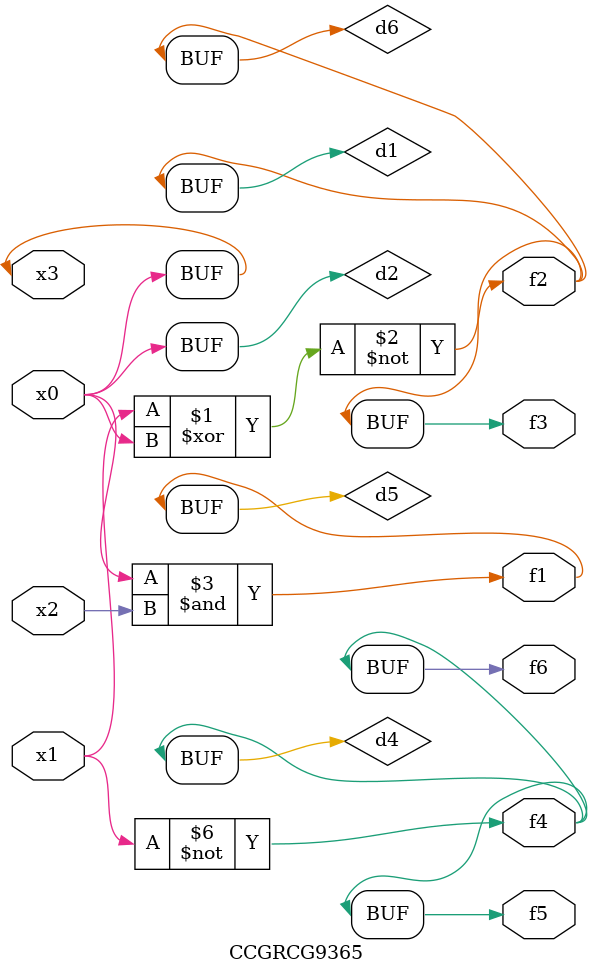
<source format=v>
module CCGRCG9365(
	input x0, x1, x2, x3,
	output f1, f2, f3, f4, f5, f6
);

	wire d1, d2, d3, d4, d5, d6;

	xnor (d1, x1, x3);
	buf (d2, x0, x3);
	nand (d3, x0, x2);
	not (d4, x1);
	nand (d5, d3);
	or (d6, d1);
	assign f1 = d5;
	assign f2 = d6;
	assign f3 = d6;
	assign f4 = d4;
	assign f5 = d4;
	assign f6 = d4;
endmodule

</source>
